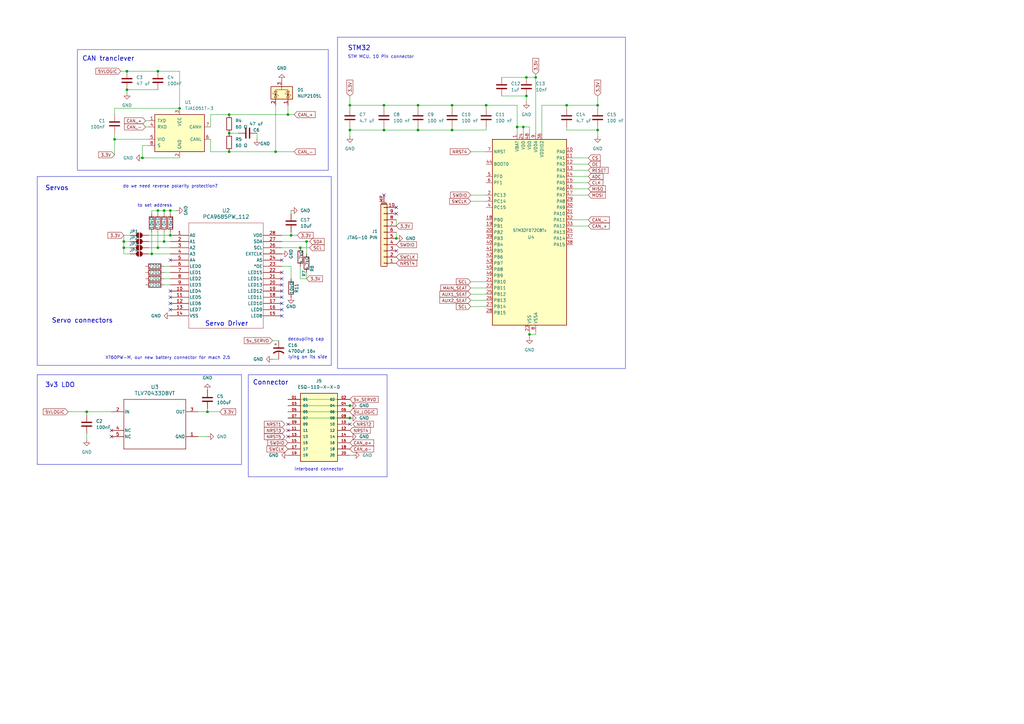
<source format=kicad_sch>
(kicad_sch (version 20250114) (generator "eeschema") (generator_version "9.0")
  (paper "A3")
  (lib_symbols
    (symbol "2026-01-15_17-55-23:PCA9685PW_112" (pin_names (offset 0.254))
      (property "Reference" "U" (at 22.86 10.16 0))
      (property "Value" "PCA9685PW_112" (at 22.86 7.62 0))
      (symbol "PCA9685PW_112_0_1"
        (polyline (pts (xy 7.62 5.08) (xy 7.62 -38.1)) (stroke (width 0.127)))
        (polyline (pts (xy 7.62 -38.1) (xy 38.1 -38.1)) (stroke (width 0.127)))
        (polyline (pts (xy 38.1 5.08) (xy 7.62 5.08)) (stroke (width 0.127)))
        (polyline (pts (xy 38.1 -38.1) (xy 38.1 5.08)) (stroke (width 0.127)))
        (pin input line (at 0 0 0) (length 7.62) (name "A0") (number "1"))
        (pin input line (at 0 -2.54 0) (length 7.62) (name "A1") (number "2"))
        (pin output line (at 0 -5.08 0) (length 7.62) (name "A2") (number "3"))
        (pin output line (at 0 -7.62 0) (length 7.62) (name "A3") (number "4"))
        (pin output line (at 0 -10.16 0) (length 7.62) (name "A4") (number "5"))
        (pin output line (at 0 -12.7 0) (length 7.62) (name "LED0") (number "6"))
        (pin output line (at 0 -15.24 0) (length 7.62) (name "LED1") (number "7"))
        (pin output line (at 0 -17.78 0) (length 7.62) (name "LED2") (number "8"))
        (pin output line (at 0 -20.32 0) (length 7.62) (name "LED3") (number "9"))
        (pin output line (at 0 -22.86 0) (length 7.62) (name "LED4") (number "10"))
        (pin power_out line (at 0 -25.4 0) (length 7.62) (name "LED5") (number "11"))
        (pin output line (at 0 -27.94 0) (length 7.62) (name "LED6") (number "12"))
        (pin output line (at 0 -30.48 0) (length 7.62) (name "LED7") (number "13"))
        (pin output line (at 0 -33.02 0) (length 7.62) (name "VSS") (number "14"))
        (pin input line (at 45.72 0 180) (length 7.62) (name "VDD") (number "28"))
        (pin input line (at 45.72 -2.54 180) (length 7.62) (name "SDA") (number "27"))
        (pin input line (at 45.72 -5.08 180) (length 7.62) (name "SCL") (number "26"))
        (pin power_in line (at 45.72 -7.62 180) (length 7.62) (name "EXTCLK") (number "25"))
        (pin bidirectional line (at 45.72 -10.16 180) (length 7.62) (name "A5") (number "24"))
        (pin input line (at 45.72 -12.7 180) (length 7.62) (name "*OE") (number "23"))
        (pin input line (at 45.72 -15.24 180) (length 7.62) (name "LED15") (number "22"))
        (pin bidirectional line (at 45.72 -17.78 180) (length 7.62) (name "LED14") (number "21"))
        (pin input line (at 45.72 -20.32 180) (length 7.62) (name "LED13") (number "20"))
        (pin output line (at 45.72 -22.86 180) (length 7.62) (name "LED12") (number "19"))
        (pin output line (at 45.72 -25.4 180) (length 7.62) (name "LED11") (number "18"))
        (pin output line (at 45.72 -27.94 180) (length 7.62) (name "LED10") (number "17"))
        (pin output line (at 45.72 -30.48 180) (length 7.62) (name "LED9") (number "16"))
        (pin output line (at 45.72 -33.02 180) (length 7.62) (name "LED8") (number "15"))
      )
    )
    (symbol "Connector_Generic_MountingPin:Conn_01x10_MountingPin" (pin_names (offset 1.016) (hide yes))
      (property "Reference" "J" (at 0 12.7 0))
      (property "Value" "Conn_01x10_MountingPin" (at 1.27 -15.24 0))
      (symbol "Conn_01x10_MountingPin_1_1"
        (rectangle (start -1.27 11.43) (end 1.27 -13.97) (stroke (width 0.254)) (fill (type background)))
        (rectangle (start -1.27 10.287) (end 0 10.033) (stroke (width 0.1524)))
        (rectangle (start -1.27 7.747) (end 0 7.493) (stroke (width 0.1524)))
        (rectangle (start -1.27 5.207) (end 0 4.953) (stroke (width 0.1524)))
        (rectangle (start -1.27 2.667) (end 0 2.413) (stroke (width 0.1524)))
        (rectangle (start -1.27 0.127) (end 0 -0.127) (stroke (width 0.1524)))
        (rectangle (start -1.27 -2.413) (end 0 -2.667) (stroke (width 0.1524)))
        (rectangle (start -1.27 -4.953) (end 0 -5.207) (stroke (width 0.1524)))
        (rectangle (start -1.27 -7.493) (end 0 -7.747) (stroke (width 0.1524)))
        (rectangle (start -1.27 -10.033) (end 0 -10.287) (stroke (width 0.1524)))
        (rectangle (start -1.27 -12.573) (end 0 -12.827) (stroke (width 0.1524)))
        (polyline (pts (xy -1.016 -14.732) (xy 1.016 -14.732)) (stroke (width 0.1524)))
        (text "Mounting" (at 0 -14.351 0) (effects (font (size 0.381 0.381))))
        (pin passive line (at -5.08 10.16 0) (length 3.81) (name "Pin_1") (number "1"))
        (pin passive line (at -5.08 7.62 0) (length 3.81) (name "Pin_2") (number "2"))
        (pin passive line (at -5.08 5.08 0) (length 3.81) (name "Pin_3") (number "3"))
        (pin passive line (at -5.08 2.54 0) (length 3.81) (name "Pin_4") (number "4"))
        (pin passive line (at -5.08 0 0) (length 3.81) (name "Pin_5") (number "5"))
        (pin passive line (at -5.08 -2.54 0) (length 3.81) (name "Pin_6") (number "6"))
        (pin passive line (at -5.08 -5.08 0) (length 3.81) (name "Pin_7") (number "7"))
        (pin passive line (at -5.08 -7.62 0) (length 3.81) (name "Pin_8") (number "8"))
        (pin passive line (at -5.08 -10.16 0) (length 3.81) (name "Pin_9") (number "9"))
        (pin passive line (at -5.08 -12.7 0) (length 3.81) (name "Pin_10") (number "10"))
        (pin passive line (at 0 -17.78 90) (length 3.048) (name "MountPin") (number "MP"))
      )
    )
    (symbol "Device:C" (pin_numbers (hide yes)) (pin_names (offset 0.254))
      (property "Reference" "C" (at 0.635 2.54 0))
      (property "Value" "C" (at 0.635 -2.54 0))
      (symbol "C_0_1"
        (polyline (pts (xy -2.032 0.762) (xy 2.032 0.762)) (stroke (width 0.508)))
        (polyline (pts (xy -2.032 -0.762) (xy 2.032 -0.762)) (stroke (width 0.508)))
      )
      (symbol "C_1_1"
        (pin passive line (at 0 3.81 270) (length 2.794) (name "~") (number "1"))
        (pin passive line (at 0 -3.81 90) (length 2.794) (name "~") (number "2"))
      )
    )
    (symbol "Device:C_Polarized_US" (pin_numbers (hide yes)) (pin_names (offset 0.254) (hide yes))
      (property "Reference" "C" (at 0.635 2.54 0))
      (property "Value" "C_Polarized_US" (at 0.635 -2.54 0))
      (symbol "C_Polarized_US_0_1"
        (polyline (pts (xy -2.032 0.762) (xy 2.032 0.762)) (stroke (width 0.508)))
        (polyline (pts (xy -1.778 2.286) (xy -0.762 2.286)))
        (polyline (pts (xy -1.27 1.778) (xy -1.27 2.794)))
        (arc (start -2.032 -1.27) (mid 0 -0.5572) (end 2.032 -1.27) (stroke (width 0.508)))
      )
      (symbol "C_Polarized_US_1_1"
        (pin passive line (at 0 3.81 270) (length 2.794) (name "~") (number "1"))
        (pin passive line (at 0 -3.81 90) (length 3.302) (name "~") (number "2"))
      )
    )
    (symbol "Device:R" (pin_numbers (hide yes)) (pin_names (offset 0))
      (property "Reference" "R" (at 2.032 0 90))
      (property "Value" "R" (at 0 0 90))
      (symbol "R_0_1"
        (rectangle (start -1.016 -2.54) (end 1.016 2.54) (stroke (width 0.254)))
      )
      (symbol "R_1_1"
        (pin passive line (at 0 3.81 270) (length 1.27) (name "~") (number "1"))
        (pin passive line (at 0 -3.81 90) (length 1.27) (name "~") (number "2"))
      )
    )
    (symbol "ESQ-110-X-X-D_1" (pin_names (offset 1.016))
      (property "Reference" "J" (at -7.62 13.462 0))
      (property "Value" "ESQ-110-X-X-D" (at -7.62 -17.78 0))
      (symbol "ESQ-110-X-X-D_1_0_0"
        (rectangle (start -7.62 -15.24) (end 7.62 12.7) (stroke (width 0.254)) (fill (type background)))
        (pin passive line (at -12.7 10.16 0) (length 5.08) (name "01") (number "01"))
        (pin passive line (at -12.7 7.62 0) (length 5.08) (name "03") (number "03"))
        (pin passive line (at -12.7 5.08 0) (length 5.08) (name "05") (number "05"))
        (pin passive line (at -12.7 2.54 0) (length 5.08) (name "07") (number "07"))
        (pin passive line (at -12.7 0 0) (length 5.08) (name "09") (number "09"))
        (pin passive line (at -12.7 -2.54 0) (length 5.08) (name "11") (number "11"))
        (pin passive line (at -12.7 -5.08 0) (length 5.08) (name "13") (number "13"))
        (pin passive line (at -12.7 -7.62 0) (length 5.08) (name "15") (number "15"))
        (pin passive line (at -12.7 -10.16 0) (length 5.08) (name "17") (number "17"))
        (pin passive line (at -12.7 -12.7 0) (length 5.08) (name "19") (number "19"))
        (pin passive line (at 12.7 10.16 180) (length 5.08) (name "02") (number "02"))
        (pin passive line (at 12.7 7.62 180) (length 5.08) (name "04") (number "04"))
        (pin passive line (at 12.7 5.08 180) (length 5.08) (name "06") (number "06"))
        (pin passive line (at 12.7 2.54 180) (length 5.08) (name "08") (number "08"))
        (pin passive line (at 12.7 0 180) (length 5.08) (name "10") (number "10"))
        (pin passive line (at 12.7 -2.54 180) (length 5.08) (name "12") (number "12"))
        (pin passive line (at 12.7 -5.08 180) (length 5.08) (name "14") (number "14"))
        (pin passive line (at 12.7 -7.62 180) (length 5.08) (name "16") (number "16"))
        (pin passive line (at 12.7 -10.16 180) (length 5.08) (name "18") (number "18"))
        (pin passive line (at 12.7 -12.7 180) (length 5.08) (name "20") (number "20"))
      )
    )
    (symbol "Interface_CAN_LIN:TJA1051T-3" (pin_names (offset 1.016))
      (property "Reference" "U" (at -10.16 8.89 0))
      (property "Value" "TJA1051T-3" (at 1.27 8.89 0))
      (symbol "TJA1051T-3_0_1"
        (rectangle (start -10.16 7.62) (end 10.16 -7.62) (stroke (width 0.254)) (fill (type background)))
      )
      (symbol "TJA1051T-3_1_1"
        (pin input line (at -12.7 5.08 0) (length 2.54) (name "TXD") (number "1"))
        (pin output line (at -12.7 2.54 0) (length 2.54) (name "RXD") (number "4"))
        (pin power_in line (at -12.7 -2.54 0) (length 2.54) (name "VIO") (number "5"))
        (pin input line (at -12.7 -5.08 0) (length 2.54) (name "S") (number "8"))
        (pin power_in line (at 0 10.16 270) (length 2.54) (name "VCC") (number "3"))
        (pin power_in line (at 0 -10.16 90) (length 2.54) (name "GND") (number "2"))
        (pin bidirectional line (at 12.7 2.54 180) (length 2.54) (name "CANH") (number "7"))
        (pin bidirectional line (at 12.7 -2.54 180) (length 2.54) (name "CANL") (number "6"))
      )
    )
    (symbol "Jumper:SolderJumper_2_Open" (pin_numbers (hide yes)) (pin_names (offset 0) (hide yes)) (in_bom no)
      (property "Reference" "JP" (at 0 2.032 0))
      (property "Value" "SolderJumper_2_Open" (at 0 -2.54 0))
      (symbol "SolderJumper_2_Open_0_1"
        (polyline (pts (xy -0.254 1.016) (xy -0.254 -1.016)))
        (arc (start -0.254 -1.016) (mid -1.2656 0) (end -0.254 1.016))
        (arc (start -0.254 -1.016) (mid -1.2656 0) (end -0.254 1.016) (fill (type outline)))
        (arc (start 0.254 1.016) (mid 1.2656 0) (end 0.254 -1.016))
        (arc (start 0.254 1.016) (mid 1.2656 0) (end 0.254 -1.016) (fill (type outline)))
        (polyline (pts (xy 0.254 1.016) (xy 0.254 -1.016)))
      )
      (symbol "SolderJumper_2_Open_1_1"
        (pin passive line (at -3.81 0 0) (length 2.54) (name "A") (number "1"))
        (pin passive line (at 3.81 0 180) (length 2.54) (name "B") (number "2"))
      )
    )
    (symbol "MCU_ST_STM32F0:STM32F072C8Tx"
      (property "Reference" "U" (at -15.24 39.37 0))
      (property "Value" "STM32F072C8Tx" (at 7.62 39.37 0))
      (symbol "STM32F072C8Tx_0_1"
        (rectangle (start -15.24 -38.1) (end 15.24 38.1) (stroke (width 0.254)) (fill (type background)))
      )
      (symbol "STM32F072C8Tx_1_1"
        (pin input line (at -17.78 33.02 0) (length 2.54) (name "NRST") (number "7"))
        (pin input line (at -17.78 27.94 0) (length 2.54) (name "BOOT0") (number "44"))
        (pin bidirectional line (at -17.78 22.86 0) (length 2.54) (name "PF0") (number "5"))
        (pin bidirectional line (at -17.78 20.32 0) (length 2.54) (name "PF1") (number "6"))
        (pin bidirectional line (at -17.78 15.24 0) (length 2.54) (name "PC13") (number "2"))
        (pin bidirectional line (at -17.78 12.7 0) (length 2.54) (name "PC14") (number "3"))
        (pin bidirectional line (at -17.78 10.16 0) (length 2.54) (name "PC15") (number "4"))
        (pin bidirectional line (at -17.78 5.08 0) (length 2.54) (name "PB0") (number "18"))
        (pin bidirectional line (at -17.78 2.54 0) (length 2.54) (name "PB1") (number "19"))
        (pin bidirectional line (at -17.78 0 0) (length 2.54) (name "PB2") (number "20"))
        (pin bidirectional line (at -17.78 -2.54 0) (length 2.54) (name "PB3") (number "39"))
        (pin bidirectional line (at -17.78 -5.08 0) (length 2.54) (name "PB4") (number "40"))
        (pin bidirectional line (at -17.78 -7.62 0) (length 2.54) (name "PB5") (number "41"))
        (pin bidirectional line (at -17.78 -10.16 0) (length 2.54) (name "PB6") (number "42"))
        (pin bidirectional line (at -17.78 -12.7 0) (length 2.54) (name "PB7") (number "43"))
        (pin bidirectional line (at -17.78 -15.24 0) (length 2.54) (name "PB8") (number "45"))
        (pin bidirectional line (at -17.78 -17.78 0) (length 2.54) (name "PB9") (number "46"))
        (pin bidirectional line (at -17.78 -20.32 0) (length 2.54) (name "PB10") (number "21"))
        (pin bidirectional line (at -17.78 -22.86 0) (length 2.54) (name "PB11") (number "22"))
        (pin bidirectional line (at -17.78 -25.4 0) (length 2.54) (name "PB12") (number "25"))
        (pin bidirectional line (at -17.78 -27.94 0) (length 2.54) (name "PB13") (number "26"))
        (pin bidirectional line (at -17.78 -30.48 0) (length 2.54) (name "PB14") (number "27"))
        (pin bidirectional line (at -17.78 -33.02 0) (length 2.54) (name "PB15") (number "28"))
        (pin power_in line (at -5.08 40.64 270) (length 2.54) (name "VBAT") (number "1"))
        (pin power_in line (at -2.54 40.64 270) (length 2.54) (name "VDD") (number "24"))
        (pin power_in line (at 0 40.64 270) (length 2.54) (name "VDD") (number "48"))
        (pin power_in line (at 0 -40.64 90) (length 2.54) (name "VSS") (number "23"))
        (pin passive line (at 0 -40.64 90) (length 2.54) (hide yes) (name "VSS") (number "35"))
        (pin passive line (at 0 -40.64 90) (length 2.54) (hide yes) (name "VSS") (number "47"))
        (pin power_in line (at 2.54 40.64 270) (length 2.54) (name "VDDA") (number "9"))
        (pin power_in line (at 2.54 -40.64 90) (length 2.54) (name "VSSA") (number "8"))
        (pin power_in line (at 5.08 40.64 270) (length 2.54) (name "VDDIO2") (number "36"))
        (pin bidirectional line (at 17.78 33.02 180) (length 2.54) (name "PA0") (number "10"))
        (pin bidirectional line (at 17.78 30.48 180) (length 2.54) (name "PA1") (number "11"))
        (pin bidirectional line (at 17.78 27.94 180) (length 2.54) (name "PA2") (number "12"))
        (pin bidirectional line (at 17.78 25.4 180) (length 2.54) (name "PA3") (number "13"))
        (pin bidirectional line (at 17.78 22.86 180) (length 2.54) (name "PA4") (number "14"))
        (pin bidirectional line (at 17.78 20.32 180) (length 2.54) (name "PA5") (number "15"))
        (pin bidirectional line (at 17.78 17.78 180) (length 2.54) (name "PA6") (number "16"))
        (pin bidirectional line (at 17.78 15.24 180) (length 2.54) (name "PA7") (number "17"))
        (pin bidirectional line (at 17.78 12.7 180) (length 2.54) (name "PA8") (number "29"))
        (pin bidirectional line (at 17.78 10.16 180) (length 2.54) (name "PA9") (number "30"))
        (pin bidirectional line (at 17.78 7.62 180) (length 2.54) (name "PA10") (number "31"))
        (pin bidirectional line (at 17.78 5.08 180) (length 2.54) (name "PA11") (number "32"))
        (pin bidirectional line (at 17.78 2.54 180) (length 2.54) (name "PA12") (number "33"))
        (pin bidirectional line (at 17.78 0 180) (length 2.54) (name "PA13") (number "34"))
        (pin bidirectional line (at 17.78 -2.54 180) (length 2.54) (name "PA14") (number "37"))
        (pin bidirectional line (at 17.78 -5.08 180) (length 2.54) (name "PA15") (number "38"))
      )
    )
    (symbol "Power_Protection:NUP2105L" (pin_names (hide yes))
      (property "Reference" "D" (at 5.715 2.54 0))
      (property "Value" "NUP2105L" (at 5.715 0.635 0))
      (symbol "NUP2105L_0_0"
        (pin passive line (at 0 -5.08 90) (length 2.54) (name "A") (number "3"))
      )
      (symbol "NUP2105L_0_1"
        (rectangle (start -4.445 2.54) (end 4.445 -2.54) (stroke (width 0.254)) (fill (type background)))
        (polyline (pts (xy -3.81 1.27) (xy -3.175 0.635) (xy -1.905 0.635) (xy -1.27 0)))
        (polyline (pts (xy -2.54 2.54) (xy -2.54 0.635)))
        (polyline (pts (xy -2.54 0.635) (xy -2.54 -1.27) (xy 2.54 -1.27) (xy 2.54 0.635)))
        (polyline (pts (xy -2.54 0.635) (xy -1.905 -0.635) (xy -3.175 -0.635) (xy -2.54 0.635)))
        (polyline (pts (xy -2.54 0.635) (xy -3.175 1.905) (xy -1.905 1.905) (xy -2.54 0.635) (xy -2.54 1.27)))
        (polyline (pts (xy 0 -1.27) (xy 0 -2.54)))
        (polyline (pts (xy 1.27 1.27) (xy 1.905 0.635) (xy 2.54 0.635) (xy 3.175 0.635) (xy 3.81 0)))
        (polyline (pts (xy 2.54 2.54) (xy 2.54 0.635)))
        (polyline (pts (xy 2.54 0.635) (xy 1.905 -0.635) (xy 3.175 -0.635) (xy 2.54 0.635)))
        (polyline (pts (xy 2.54 0.635) (xy 3.175 1.905) (xy 1.905 1.905) (xy 2.54 0.635)))
      )
      (symbol "NUP2105L_1_1"
        (pin passive line (at -2.54 5.08 270) (length 2.54) (name "K") (number "1"))
        (pin passive line (at 2.54 5.08 270) (length 2.54) (name "K") (number "2"))
      )
    )
    (symbol "TLV70433DBVT:TLV70433DBVT" (pin_names (offset 0.254))
      (property "Reference" "U" (at 0 2.54 0))
      (property "Value" "TLV70433DBVT" (at 0 0 0))
      (symbol "TLV70433DBVT_0_1"
        (polyline (pts (xy -12.7 10.16) (xy -12.7 -10.16)) (stroke (width 0.2032)))
        (polyline (pts (xy -12.7 -10.16) (xy 12.7 -10.16)) (stroke (width 0.2032)))
        (polyline (pts (xy 12.7 10.16) (xy -12.7 10.16)) (stroke (width 0.2032)))
        (polyline (pts (xy 12.7 -10.16) (xy 12.7 10.16)) (stroke (width 0.2032)))
        (pin power_in line (at -17.78 5.08 0) (length 5.08) (name "IN") (number "2"))
        (pin unspecified line (at -17.78 -2.54 0) (length 5.08) (name "NC") (number "4"))
        (pin unspecified line (at -17.78 -5.08 0) (length 5.08) (name "NC") (number "5"))
        (pin power_in line (at 17.78 5.08 180) (length 5.08) (name "OUT") (number "3"))
        (pin power_in line (at 17.78 -5.08 180) (length 5.08) (name "GND") (number "1"))
      )
    )
    (symbol "power:GND" (power) (pin_numbers (hide yes)) (pin_names (offset 0) (hide yes))
      (property "Value" "GND" (at 0 -3.81 0))
      (symbol "GND_0_1"
        (polyline (pts (xy 0 0) (xy 0 -1.27) (xy 1.27 -1.27) (xy 0 -2.54) (xy -1.27 -1.27) (xy 0 -1.27)))
      )
      (symbol "GND_1_1"
        (pin power_in line (at 0 0 270) (length 0) (name "~") (number "1"))
      )
    )
  )
  (rectangle (start 15.24 72.39) (end 135.89 149.86))
  (rectangle (start 31.75 20.32) (end 134.62 69.85))
  (rectangle (start 101.854 153.67) (end 158.75 195.58))
  (rectangle (start 138.43 15.24) (end 256.54 151.13))
  (text "Servo Driver\n" (at 92.964 132.842 0) (effects (font (size 1.905 1.905) (thickness 0.254) (bold yes))))
  (text "Servos" (at 23.368 77.216 0) (effects (font (size 1.905 1.905) (thickness 0.254) (bold yes))))
  (text "interboard connector" (at 130.81 192.532 0) (effects (font (size 1.27 1.27))))
  (text "3v3 LDO" (at 24.638 157.988 0) (effects (font (size 1.905 1.905) (thickness 0.254) (bold yes))))
  (text "CAN tranciever\n" (at 44.45 24.13 0) (effects (font (size 1.905 1.905) (thickness 0.254) (bold yes))))
  (text "STM32" (at 147.32 19.812 0) (effects (font (size 1.905 1.905) (thickness 0.254) (bold yes))))
  (text "decoupling cap" (at 125.476 139.192 0) (effects (font (size 1.27 1.27))))
  (text "XT60PW-M, our new battery connector for mach 2.5" (at 68.834 146.812 0) (effects (font (size 1.27 1.27))))
  (text "Servo connectors" (at 33.782 131.572 0) (effects (font (size 1.905 1.905) (thickness 0.254) (bold yes))))
  (text "Connector" (at 110.998 156.972 0) (effects (font (size 1.905 1.905) (thickness 0.254) (bold yes))))
  (text "lying on its side" (at 126.238 146.558 0) (effects (font (size 1.27 1.27))))
  (text "to set address" (at 63.5 84.328 0) (effects (font (size 1.27 1.27))))
  (text "do we need reverse polarity protection?" (at 69.85 76.454 0) (effects (font (size 1.27 1.27))))
  (text "STM MCU, 10 Pin connector" (at 156.21 23.368 0) (effects (font (size 1.27 1.27))))
  (text_box "" (at 15.24 153.67 0) (size 83.82 36.83) (margins 0.9525 0.9525 0.9525 0.9525) (effects (font (size 1.27 1.27)) (justify left top)))
  (junction (at 35.56 168.91))
  (junction (at 232.41 43.18))
  (junction (at 93.98 62.23))
  (junction (at 67.31 99.06))
  (junction (at 212.09 52.07))
  (junction (at 93.98 54.61))
  (junction (at 171.45 53.34))
  (junction (at 67.31 86.36))
  (junction (at 46.99 57.15))
  (junction (at 93.98 46.99))
  (junction (at 64.77 101.6))
  (junction (at 123.19 101.6))
  (junction (at 143.51 166.37))
  (junction (at 52.07 36.83))
  (junction (at 245.11 53.34))
  (junction (at 143.51 43.18))
  (junction (at 185.42 43.18))
  (junction (at 217.17 137.16))
  (junction (at 119.38 96.52))
  (junction (at 50.8 99.06))
  (junction (at 62.23 104.14))
  (junction (at 157.48 43.18))
  (junction (at 113.03 62.23))
  (junction (at 185.42 53.34))
  (junction (at 199.39 43.18))
  (junction (at 215.9 31.75))
  (junction (at 215.9 39.37))
  (junction (at 125.73 99.06))
  (junction (at 143.51 171.45))
  (junction (at 69.85 86.36))
  (junction (at 52.07 29.21))
  (junction (at 64.77 86.36))
  (junction (at 214.63 52.07))
  (junction (at 73.66 44.45))
  (junction (at 143.51 53.34))
  (junction (at 64.77 29.21))
  (junction (at 118.11 46.99))
  (junction (at 171.45 43.18))
  (junction (at 69.85 96.52))
  (junction (at 85.09 168.91))
  (junction (at 58.42 64.77))
  (junction (at 50.8 101.6))
  (junction (at 157.48 53.34))
  (junction (at 245.11 43.18))
  (junction (at 162.56 97.79))
  (junction (at 219.71 31.75))
  (no_connect (at 115.57 127))
  (no_connect (at 115.57 119.38))
  (no_connect (at 115.57 124.46))
  (no_connect (at 118.11 176.53))
  (no_connect (at 45.72 179.07))
  (no_connect (at 69.85 124.46))
  (no_connect (at 162.56 87.63))
  (no_connect (at 69.85 121.92))
  (no_connect (at 115.57 121.92))
  (no_connect (at 45.72 176.53))
  (no_connect (at 162.56 85.09))
  (no_connect (at 115.57 114.3))
  (no_connect (at 115.57 106.68))
  (no_connect (at 118.11 179.07))
  (no_connect (at 143.51 173.99))
  (no_connect (at 157.48 80.01))
  (no_connect (at 115.57 116.84))
  (no_connect (at 162.56 102.87))
  (no_connect (at 115.57 129.54))
  (no_connect (at 69.85 127))
  (no_connect (at 69.85 119.38))
  (no_connect (at 69.85 106.68))
  (no_connect (at 118.11 173.99))
  (no_connect (at 115.57 111.76))
  (wire (pts (xy 217.17 135.89) (xy 217.17 137.16)))
  (wire (pts (xy 219.71 137.16) (xy 219.71 135.89)))
  (wire (pts (xy 52.07 36.83) (xy 64.77 36.83)))
  (wire (pts (xy 62.23 104.14) (xy 69.85 104.14)))
  (wire (pts (xy 119.38 86.36) (xy 119.38 87.63)))
  (wire (pts (xy 46.99 44.45) (xy 73.66 44.45)))
  (wire (pts (xy 73.66 29.21) (xy 73.66 44.45)))
  (wire (pts (xy 86.36 46.99) (xy 86.36 52.07)))
  (wire (pts (xy 119.38 96.52) (xy 121.92 96.52)))
  (wire (pts (xy 143.51 53.34) (xy 143.51 52.07)))
  (wire (pts (xy 185.42 53.34) (xy 185.42 52.07)))
  (wire (pts (xy 115.57 99.06) (xy 125.73 99.06)))
  (wire (pts (xy 193.04 62.23) (xy 199.39 62.23)))
  (wire (pts (xy 62.23 95.25) (xy 62.23 104.14)))
  (wire (pts (xy 171.45 53.34) (xy 185.42 53.34)))
  (wire (pts (xy 59.69 49.53) (xy 60.96 49.53)))
  (wire (pts (xy 171.45 43.18) (xy 185.42 43.18)))
  (wire (pts (xy 245.11 43.18) (xy 232.41 43.18)))
  (wire (pts (xy 64.77 29.21) (xy 73.66 29.21)))
  (wire (pts (xy 215.9 31.75) (xy 205.74 31.75)))
  (wire (pts (xy 60.96 104.14) (xy 62.23 104.14)))
  (wire (pts (xy 60.96 99.06) (xy 67.31 99.06)))
  (wire (pts (xy 50.8 99.06) (xy 53.34 99.06)))
  (wire (pts (xy 214.63 52.07) (xy 217.17 52.07)))
  (wire (pts (xy 245.11 43.18) (xy 245.11 44.45)))
  (wire (pts (xy 118.11 168.91) (xy 143.51 168.91)))
  (wire (pts (xy 143.51 53.34) (xy 157.48 53.34)))
  (wire (pts (xy 193.04 82.55) (xy 199.39 82.55)))
  (wire (pts (xy 69.85 86.36) (xy 69.85 87.63)))
  (wire (pts (xy 67.31 95.25) (xy 67.31 99.06)))
  (wire (pts (xy 86.36 46.99) (xy 93.98 46.99)))
  (wire (pts (xy 60.96 96.52) (xy 69.85 96.52)))
  (wire (pts (xy 199.39 43.18) (xy 212.09 43.18)))
  (wire (pts (xy 232.41 43.18) (xy 222.25 43.18)))
  (wire (pts (xy 234.95 77.47) (xy 241.3 77.47)))
  (wire (pts (xy 144.78 186.69) (xy 143.51 186.69)))
  (wire (pts (xy 215.9 39.37) (xy 215.9 41.91)))
  (wire (pts (xy 217.17 52.07) (xy 217.17 54.61)))
  (wire (pts (xy 67.31 116.84) (xy 69.85 116.84)))
  (wire (pts (xy 67.31 87.63) (xy 67.31 86.36)))
  (wire (pts (xy 60.96 59.69) (xy 58.42 59.69)))
  (wire (pts (xy 157.48 43.18) (xy 157.48 44.45)))
  (wire (pts (xy 35.56 168.91) (xy 45.72 168.91)))
  (wire (pts (xy 67.31 111.76) (xy 69.85 111.76)))
  (wire (pts (xy 50.8 101.6) (xy 50.8 99.06)))
  (wire (pts (xy 118.11 43.18) (xy 118.11 46.99)))
  (wire (pts (xy 93.98 46.99) (xy 118.11 46.99)))
  (wire (pts (xy 64.77 101.6) (xy 69.85 101.6)))
  (wire (pts (xy 245.11 53.34) (xy 245.11 55.88)))
  (wire (pts (xy 162.56 95.25) (xy 162.56 97.79)))
  (wire (pts (xy 234.95 67.31) (xy 241.3 67.31)))
  (wire (pts (xy 58.42 59.69) (xy 58.42 64.77)))
  (wire (pts (xy 46.99 57.15) (xy 60.96 57.15)))
  (wire (pts (xy 143.51 39.37) (xy 143.51 43.18)))
  (wire (pts (xy 118.11 171.45) (xy 143.51 171.45)))
  (wire (pts (xy 185.42 53.34) (xy 199.39 53.34)))
  (wire (pts (xy 193.04 115.57) (xy 199.39 115.57)))
  (wire (pts (xy 115.57 109.22) (xy 119.38 109.22)))
  (wire (pts (xy 234.95 90.17) (xy 241.3 90.17)))
  (wire (pts (xy 46.99 54.61) (xy 46.99 57.15)))
  (wire (pts (xy 52.07 36.83) (xy 52.07 38.1)))
  (wire (pts (xy 234.95 80.01) (xy 241.3 80.01)))
  (wire (pts (xy 50.8 96.52) (xy 53.34 96.52)))
  (wire (pts (xy 125.73 114.3) (xy 125.73 111.76)))
  (wire (pts (xy 123.19 114.3) (xy 125.73 114.3)))
  (wire (pts (xy 193.04 123.19) (xy 199.39 123.19)))
  (wire (pts (xy 115.57 101.6) (xy 123.19 101.6)))
  (wire (pts (xy 35.56 177.8) (xy 35.56 180.34)))
  (wire (pts (xy 118.11 163.83) (xy 143.51 163.83)))
  (wire (pts (xy 67.31 86.36) (xy 69.85 86.36)))
  (wire (pts (xy 234.95 64.77) (xy 241.3 64.77)))
  (wire (pts (xy 64.77 87.63) (xy 64.77 86.36)))
  (wire (pts (xy 60.96 101.6) (xy 64.77 101.6)))
  (wire (pts (xy 113.03 43.18) (xy 113.03 62.23)))
  (wire (pts (xy 62.23 87.63) (xy 62.23 86.36)))
  (wire (pts (xy 114.3 147.32) (xy 111.76 147.32)))
  (wire (pts (xy 157.48 43.18) (xy 171.45 43.18)))
  (wire (pts (xy 50.8 99.06) (xy 50.8 96.52)))
  (wire (pts (xy 46.99 57.15) (xy 46.99 63.5)))
  (wire (pts (xy 111.76 139.7) (xy 114.3 139.7)))
  (wire (pts (xy 171.45 53.34) (xy 171.45 52.07)))
  (wire (pts (xy 219.71 30.48) (xy 219.71 31.75)))
  (wire (pts (xy 85.09 167.64) (xy 85.09 168.91)))
  (wire (pts (xy 85.09 168.91) (xy 90.17 168.91)))
  (wire (pts (xy 81.28 179.07) (xy 85.09 179.07)))
  (wire (pts (xy 53.34 104.14) (xy 50.8 104.14)))
  (wire (pts (xy 113.03 62.23) (xy 93.98 62.23)))
  (wire (pts (xy 212.09 43.18) (xy 212.09 52.07)))
  (wire (pts (xy 125.73 99.06) (xy 127 99.06)))
  (wire (pts (xy 185.42 43.18) (xy 199.39 43.18)))
  (wire (pts (xy 59.69 52.07) (xy 60.96 52.07)))
  (wire (pts (xy 67.31 109.22) (xy 69.85 109.22)))
  (wire (pts (xy 234.95 92.71) (xy 241.3 92.71)))
  (wire (pts (xy 119.38 95.25) (xy 119.38 96.52)))
  (wire (pts (xy 93.98 62.23) (xy 86.36 62.23)))
  (wire (pts (xy 212.09 52.07) (xy 212.09 54.61)))
  (wire (pts (xy 199.39 53.34) (xy 199.39 52.07)))
  (wire (pts (xy 86.36 62.23) (xy 86.36 57.15)))
  (wire (pts (xy 245.11 53.34) (xy 245.11 52.07)))
  (wire (pts (xy 123.19 109.22) (xy 123.19 114.3)))
  (wire (pts (xy 162.56 90.17) (xy 162.56 92.71)))
  (wire (pts (xy 52.07 29.21) (xy 64.77 29.21)))
  (wire (pts (xy 119.38 109.22) (xy 119.38 114.3)))
  (wire (pts (xy 234.95 74.93) (xy 241.3 74.93)))
  (wire (pts (xy 143.51 43.18) (xy 157.48 43.18)))
  (wire (pts (xy 35.56 168.91) (xy 35.56 170.18)))
  (wire (pts (xy 234.95 69.85) (xy 241.3 69.85)))
  (wire (pts (xy 193.04 118.11) (xy 199.39 118.11)))
  (wire (pts (xy 64.77 95.25) (xy 64.77 101.6)))
  (wire (pts (xy 64.77 86.36) (xy 67.31 86.36)))
  (wire (pts (xy 245.11 53.34) (xy 232.41 53.34)))
  (wire (pts (xy 72.39 86.36) (xy 69.85 86.36)))
  (wire (pts (xy 93.98 54.61) (xy 97.79 54.61)))
  (wire (pts (xy 69.85 95.25) (xy 69.85 96.52)))
  (wire (pts (xy 49.53 29.21) (xy 52.07 29.21)))
  (wire (pts (xy 118.11 166.37) (xy 143.51 166.37)))
  (wire (pts (xy 143.51 43.18) (xy 143.51 44.45)))
  (wire (pts (xy 232.41 53.34) (xy 232.41 52.07)))
  (wire (pts (xy 217.17 137.16) (xy 219.71 137.16)))
  (wire (pts (xy 115.57 96.52) (xy 119.38 96.52)))
  (wire (pts (xy 219.71 31.75) (xy 219.71 54.61)))
  (wire (pts (xy 46.99 46.99) (xy 46.99 44.45)))
  (wire (pts (xy 50.8 104.14) (xy 50.8 101.6)))
  (wire (pts (xy 171.45 43.18) (xy 171.45 44.45)))
  (wire (pts (xy 143.51 53.34) (xy 143.51 55.88)))
  (wire (pts (xy 105.41 54.61) (xy 105.41 57.15)))
  (wire (pts (xy 27.94 168.91) (xy 35.56 168.91)))
  (wire (pts (xy 234.95 72.39) (xy 241.3 72.39)))
  (wire (pts (xy 157.48 53.34) (xy 157.48 52.07)))
  (wire (pts (xy 222.25 43.18) (xy 222.25 54.61)))
  (wire (pts (xy 118.11 46.99) (xy 120.65 46.99)))
  (wire (pts (xy 81.28 168.91) (xy 85.09 168.91)))
  (wire (pts (xy 212.09 52.07) (xy 214.63 52.07)))
  (wire (pts (xy 67.31 99.06) (xy 69.85 99.06)))
  (wire (pts (xy 199.39 43.18) (xy 199.39 44.45)))
  (wire (pts (xy 157.48 53.34) (xy 171.45 53.34)))
  (wire (pts (xy 215.9 39.37) (xy 205.74 39.37)))
  (wire (pts (xy 67.31 114.3) (xy 69.85 114.3)))
  (wire (pts (xy 193.04 120.65) (xy 199.39 120.65)))
  (wire (pts (xy 62.23 86.36) (xy 64.77 86.36)))
  (wire (pts (xy 217.17 137.16) (xy 217.17 138.43)))
  (wire (pts (xy 123.19 101.6) (xy 127 101.6)))
  (wire (pts (xy 219.71 31.75) (xy 215.9 31.75)))
  (wire (pts (xy 185.42 43.18) (xy 185.42 44.45)))
  (wire (pts (xy 50.8 101.6) (xy 53.34 101.6)))
  (wire (pts (xy 193.04 80.01) (xy 199.39 80.01)))
  (wire (pts (xy 232.41 43.18) (xy 232.41 44.45)))
  (wire (pts (xy 113.03 62.23) (xy 120.65 62.23)))
  (wire (pts (xy 214.63 54.61) (xy 214.63 52.07)))
  (wire (pts (xy 125.73 99.06) (xy 125.73 104.14)))
  (wire (pts (xy 193.04 125.73) (xy 199.39 125.73)))
  (wire (pts (xy 58.42 64.77) (xy 73.66 64.77)))
  (wire (pts (xy 245.11 39.37) (xy 245.11 43.18)))
  (global_label "3.3V" (shape input) (at 121.92 96.52 0) (property "Intersheetrefs" "${INTERSHEET_REFS}" (effects (hide yes))))
  (global_label "AUX2_SEAT" (shape input) (at 193.04 123.19 180) (property "Intersheetrefs" "${INTERSHEET_REFS}" (effects (hide yes))))
  (global_label "SCL" (shape input) (at 127 101.6 0) (property "Intersheetrefs" "${INTERSHEET_REFS}" (effects (hide yes))))
  (global_label "3.3V" (shape input) (at 245.11 39.37 90) (property "Intersheetrefs" "${INTERSHEET_REFS}" (effects (hide yes))))
  (global_label "NRST2" (shape input) (at 144.78 173.99 0) (property "Intersheetrefs" "${INTERSHEET_REFS}" (effects (hide yes))))
  (global_label "SDA" (shape input) (at 127 99.06 0) (property "Intersheetrefs" "${INTERSHEET_REFS}" (effects (hide yes))))
  (global_label "3.3V" (shape input) (at 143.51 39.37 90) (property "Intersheetrefs" "${INTERSHEET_REFS}" (effects (hide yes))))
  (global_label "CAN_o+" (shape input) (at 143.51 181.61 0) (property "Intersheetrefs" "${INTERSHEET_REFS}" (effects (hide yes))))
  (global_label "CAN_o-" (shape input) (at 143.51 184.15 0) (property "Intersheetrefs" "${INTERSHEET_REFS}" (effects (hide yes))))
  (global_label "CAN_-" (shape input) (at 241.3 90.17 0) (property "Intersheetrefs" "${INTERSHEET_REFS}" (effects (hide yes))))
  (global_label "SWCLK" (shape input) (at 162.56 105.41 0) (property "Intersheetrefs" "${INTERSHEET_REFS}" (effects (hide yes))))
  (global_label "SWDIO" (shape input) (at 193.04 80.01 180) (property "Intersheetrefs" "${INTERSHEET_REFS}" (effects (hide yes))))
  (global_label "AUX1_SEAT" (shape input) (at 193.04 120.65 180) (property "Intersheetrefs" "${INTERSHEET_REFS}" (effects (hide yes))))
  (global_label "CAN_+" (shape input) (at 59.69 49.53 180) (property "Intersheetrefs" "${INTERSHEET_REFS}" (effects (hide yes))))
  (global_label "5VLOGIC" (shape input) (at 27.94 168.91 180) (property "Intersheetrefs" "${INTERSHEET_REFS}" (effects (hide yes))))
  (global_label "NRST3" (shape input) (at 116.84 176.53 180) (property "Intersheetrefs" "${INTERSHEET_REFS}" (effects (hide yes))))
  (global_label "SCL" (shape input) (at 193.04 115.57 180) (property "Intersheetrefs" "${INTERSHEET_REFS}" (effects (hide yes))))
  (global_label "3.3V" (shape input) (at 50.8 96.52 180) (property "Intersheetrefs" "${INTERSHEET_REFS}" (effects (hide yes))))
  (global_label "NRST5" (shape input) (at 116.84 179.07 180) (property "Intersheetrefs" "${INTERSHEET_REFS}" (effects (hide yes))))
  (global_label "MOSI" (shape input) (at 241.3 80.01 0) (property "Intersheetrefs" "${INTERSHEET_REFS}" (effects (hide yes))))
  (global_label "SWDIO" (shape input) (at 118.11 181.61 180) (property "Intersheetrefs" "${INTERSHEET_REFS}" (effects (hide yes))))
  (global_label "3.3V" (shape input) (at 162.56 92.71 0) (property "Intersheetrefs" "${INTERSHEET_REFS}" (effects (hide yes))))
  (global_label "SWCLK" (shape input) (at 118.11 184.15 180) (property "Intersheetrefs" "${INTERSHEET_REFS}" (effects (hide yes))))
  (global_label "SWCLK" (shape input) (at 193.04 82.55 180) (property "Intersheetrefs" "${INTERSHEET_REFS}" (effects (hide yes))))
  (global_label "CAN_-" (shape input) (at 120.65 62.23 0) (property "Intersheetrefs" "${INTERSHEET_REFS}" (effects (hide yes))))
  (global_label "CAN_+" (shape input) (at 120.65 46.99 0) (property "Intersheetrefs" "${INTERSHEET_REFS}" (effects (hide yes))))
  (global_label "OE" (shape input) (at 241.3 67.31 0) (property "Intersheetrefs" "${INTERSHEET_REFS}" (effects (hide yes))))
  (global_label "CAN_+" (shape input) (at 241.3 92.71 0) (property "Intersheetrefs" "${INTERSHEET_REFS}" (effects (hide yes))))
  (global_label "5v_SERVO" (shape input) (at 111.76 139.7 180) (property "Intersheetrefs" "${INTERSHEET_REFS}" (effects (hide yes))))
  (global_label "MAIN_SEAT" (shape input) (at 193.04 118.11 180) (property "Intersheetrefs" "${INTERSHEET_REFS}" (effects (hide yes))))
  (global_label "5V_LOGIC" (shape input) (at 143.51 168.91 0) (property "Intersheetrefs" "${INTERSHEET_REFS}" (effects (hide yes))))
  (global_label "5v_SERVO" (shape input) (at 143.51 163.83 0) (property "Intersheetrefs" "${INTERSHEET_REFS}" (effects (hide yes))))
  (global_label "CLK" (shape input) (at 241.3 74.93 0) (property "Intersheetrefs" "${INTERSHEET_REFS}" (effects (hide yes))))
  (global_label "NRST4" (shape input) (at 162.56 107.95 0) (property "Intersheetrefs" "${INTERSHEET_REFS}" (effects (hide yes))))
  (global_label "CS" (shape input) (at 241.3 64.77 0) (property "Intersheetrefs" "${INTERSHEET_REFS}" (effects (hide yes))))
  (global_label "5VLOGIC" (shape input) (at 49.53 29.21 180) (property "Intersheetrefs" "${INTERSHEET_REFS}" (effects (hide yes))))
  (global_label "CAN_-" (shape input) (at 59.69 52.07 180) (property "Intersheetrefs" "${INTERSHEET_REFS}" (effects (hide yes))))
  (global_label "3.3V" (shape input) (at 125.73 114.3 0) (property "Intersheetrefs" "${INTERSHEET_REFS}" (effects (hide yes))))
  (global_label "3.3V" (shape input) (at 46.99 63.5 180) (property "Intersheetrefs" "${INTERSHEET_REFS}" (effects (hide yes))))
  (global_label "NRST1" (shape input) (at 116.84 173.99 180) (property "Intersheetrefs" "${INTERSHEET_REFS}" (effects (hide yes))))
  (global_label "3.3V" (shape input) (at 90.17 168.91 0) (property "Intersheetrefs" "${INTERSHEET_REFS}" (effects (hide yes))))
  (global_label "RESET" (shape input) (at 241.3 69.85 0) (property "Intersheetrefs" "${INTERSHEET_REFS}" (effects (hide yes))))
  (global_label "3.3V" (shape input) (at 219.71 30.48 90) (property "Intersheetrefs" "${INTERSHEET_REFS}" (effects (hide yes))))
  (global_label "NRST4" (shape input) (at 143.51 176.53 0) (property "Intersheetrefs" "${INTERSHEET_REFS}" (effects (hide yes))))
  (global_label "ADC" (shape input) (at 241.3 72.39 0) (property "Intersheetrefs" "${INTERSHEET_REFS}" (effects (hide yes))))
  (global_label "SWDIO" (shape input) (at 162.56 100.33 0) (property "Intersheetrefs" "${INTERSHEET_REFS}" (effects (hide yes))))
  (global_label "MISO" (shape input) (at 241.3 77.47 0) (property "Intersheetrefs" "${INTERSHEET_REFS}" (effects (hide yes))))
  (global_label "NRST4" (shape input) (at 193.04 62.23 180) (property "Intersheetrefs" "${INTERSHEET_REFS}" (effects (hide yes))))
  (global_label "SCL" (shape input) (at 193.04 125.73 180) (property "Intersheetrefs" "${INTERSHEET_REFS}" (effects (hide yes))))
  (symbol (lib_id "power:GND") (at 217.17 138.43 0) (unit 1)
    (property "Reference" "#PWR019" (effects (hide yes)))
    (property "Value" "GND" (at 217.17 143.51 0))
    (property "Description" "Power symbol creates a global label with name \"GND\" , ground" (effects (hide yes)))
  )
  (symbol (lib_id "power:GND") (at 111.76 147.32 270) (unit 1)
    (property "Reference" "#PWR05" (effects (hide yes)))
    (property "Value" "GND" (at 107.95 147.3199 90) (effects (justify right)))
    (property "Description" "Power symbol creates a global label with name \"GND\" , ground" (effects (hide yes)))
  )
  (symbol (lib_id "power:GND") (at 143.51 171.45 90) (unit 1)
    (property "Reference" "#PWR03" (effects (hide yes)))
    (property "Value" "GND" (at 147.32 171.4499 90) (effects (justify right)))
    (property "Description" "Power symbol creates a global label with name \"GND\" , ground" (effects (hide yes)))
  )
  (symbol (lib_id "power:GND") (at 119.38 121.92 0) (unit 1)
    (property "Reference" "#PWR014" (effects (hide yes)))
    (property "Value" "GND" (at 121.412 125.73 0) (effects (justify right)))
    (property "Description" "Power symbol creates a global label with name \"GND\" , ground" (effects (hide yes)))
  )
  (symbol (lib_id "Device:R") (at 63.5 114.3 90) (unit 1)
    (property "Reference" "R3" (effects (hide yes)))
    (property "Value" "220Ω" (at 63.5 114.3 90))
    (property "Footprint" "Resistor_SMD:R_0402_1005Metric" (effects (hide yes)))
    (property "Description" "Resistor" (effects (hide yes)))
  )
  (symbol (lib_id "Jumper:SolderJumper_2_Open") (at 57.15 99.06 0) (unit 1) (in_bom no)
    (property "Reference" "JP2" (at 54.864 97.536 0))
    (property "Value" "SolderJumper_2_Open" (effects (hide yes)))
    (property "Description" "Solder Jumper, 2-pole, open" (effects (hide yes)))
  )
  (symbol (lib_id "power:GND") (at 72.39 86.36 90) (unit 1)
    (property "Reference" "#PWR015" (effects (hide yes)))
    (property "Value" "GND" (at 76.2 84.328 0) (effects (justify right)))
    (property "Description" "Power symbol creates a global label with name \"GND\" , ground" (effects (hide yes)))
  )
  (symbol (lib_id "Device:C") (at 199.39 48.26 0) (unit 1)
    (property "Reference" "C11" (at 203.2 46.9899 0) (effects (justify left)))
    (property "Value" "100 nF" (at 203.2 49.5299 0) (effects (justify left)))
    (property "Footprint" "Capacitor_SMD:C_0402_1005Metric" (effects (hide yes)))
    (property "Description" "Unpolarized capacitor" (effects (hide yes)))
  )
  (symbol (lib_id "Device:C") (at 245.11 48.26 0) (unit 1)
    (property "Reference" "C15" (at 248.92 46.9899 0) (effects (justify left)))
    (property "Value" "100 nF" (at 248.92 49.5299 0) (effects (justify left)))
    (property "Footprint" "Capacitor_SMD:C_0402_1005Metric" (effects (hide yes)))
    (property "Description" "Unpolarized capacitor" (effects (hide yes)))
  )
  (symbol (lib_id "TLV70433DBVT:TLV70433DBVT") (at 63.5 173.99 0) (unit 1)
    (property "Reference" "U3" (at 63.5 158.75 0) (effects (font (size 1.524 1.524))))
    (property "Value" "TLV70433DBVT" (at 63.5 161.29 0) (effects (font (size 1.524 1.524))))
    (property "Footprint" "DBV0005A_N" (effects (hide yes)))
    (property "Datasheet" "https://www.ti.com/lit/gpn/tlv704" (effects (hide yes)))
  )
  (symbol (lib_id "power:GND") (at 85.09 160.02 180) (unit 1)
    (property "Reference" "#PWR07" (effects (hide yes)))
    (property "Value" "GND" (at 85.09 154.94 0))
    (property "Description" "Power symbol creates a global label with name \"GND\" , ground" (effects (hide yes)))
  )
  (symbol (lib_id "MCU_ST_STM32F0:STM32F072C8Tx") (at 217.17 95.25 0) (unit 1)
    (property "Reference" "U4" (at 216.408 97.282 0) (effects (justify left)))
    (property "Value" "STM32F072C8Tx" (at 210.312 94.488 0) (effects (font (size 1.143 1.143)) (justify left)))
    (property "Footprint" "Package_QFP:LQFP-48_7x7mm_P0.5mm" (effects (hide yes)))
    (property "Datasheet" "https://www.st.com/resource/en/datasheet/stm32f072c8.pdf" (effects (hide yes)))
    (property "Description" "STMicroelectronics Arm Cortex-M0 MCU, 64KB flash, 16KB RAM, 48 MHz, 2.0-3.6V, 37 GPIO, LQFP48" (effects (hide yes)))
  )
  (symbol (lib_id "Connector_Generic_MountingPin:Conn_01x10_MountingPin") (at 157.48 97.79 180) (unit 1)
    (property "Reference" "J1" (at 154.94 94.8943 0) (effects (justify left)))
    (property "Value" "JTAG-10 PIN" (at 154.94 97.4343 0) (effects (justify left)))
    (property "Footprint" "Connector_IDC:IDC-Header_2x05_P2.54mm_Vertical" (effects (hide yes)))
    (property "Description" "Generic connectable mounting pin connector, single row, 01x10, script generated (kicad-library-utils/schlib/autogen/connector/)" (effects (hide yes)))
  )
  (symbol (lib_id "power:GND") (at 162.56 97.79 90) (unit 1)
    (property "Reference" "#PWR041" (effects (hide yes)))
    (property "Value" "GND" (at 166.37 97.7899 90) (effects (justify right)))
    (property "Description" "Power symbol creates a global label with name \"GND\" , ground" (effects (hide yes)))
  )
  (symbol (lib_id "Device:R") (at 62.23 91.44 180) (unit 1)
    (property "Reference" "R13" (effects (hide yes)))
    (property "Value" "10kΩ" (at 62.23 93.98 90) (effects (justify right)))
    (property "Footprint" "Resistor_SMD:R_0402_1005Metric" (effects (hide yes)))
    (property "Description" "Resistor" (effects (hide yes)))
  )
  (symbol (lib_id "2026-01-15_17-55-23:PCA9685PW_112") (at 69.85 96.52 0) (unit 1)
    (property "Reference" "U2" (at 92.71 86.36 0) (effects (font (size 1.524 1.524))))
    (property "Value" "PCA9685PW_112" (at 92.71 88.9 0) (effects (font (size 1.524 1.524))))
    (property "Footprint" "TSSOP28_SOT361-1_NXP" (effects (hide yes)))
    (property "Datasheet" "PCA9685PW_112" (effects (hide yes)))
  )
  (symbol (lib_id "power:GND") (at 105.41 57.15 0) (unit 1)
    (property "Reference" "#PWR09" (effects (hide yes)))
    (property "Value" "GND" (at 108.712 58.928 0))
    (property "Description" "Power symbol creates a global label with name \"GND\" , ground" (effects (hide yes)))
  )
  (symbol (lib_id "power:GND") (at 35.56 180.34 0) (unit 1)
    (property "Reference" "#PWR01" (effects (hide yes)))
    (property "Value" "GND" (at 35.56 185.42 0))
    (property "Description" "Power symbol creates a global label with name \"GND\" , ground" (effects (hide yes)))
  )
  (symbol (lib_id "power:GND") (at 115.57 104.14 90) (unit 1)
    (property "Reference" "#PWR013" (effects (hide yes)))
    (property "Value" "GND" (at 119.38 102.108 0) (effects (justify right)))
    (property "Description" "Power symbol creates a global label with name \"GND\" , ground" (effects (hide yes)))
  )
  (symbol (lib_id "Jumper:SolderJumper_2_Open") (at 57.15 101.6 0) (unit 1) (in_bom no)
    (property "Reference" "JP3" (at 54.864 100.076 0))
    (property "Value" "SolderJumper_2_Open" (effects (hide yes)))
    (property "Description" "Solder Jumper, 2-pole, open" (effects (hide yes)))
  )
  (symbol (lib_id "Interface_CAN_LIN:TJA1051T-3") (at 73.66 54.61 0) (unit 1)
    (property "Reference" "U1" (at 75.8033 41.91 0) (effects (justify left)))
    (property "Value" "TJA1051T-3" (at 75.8033 44.45 0) (effects (justify left)))
    (property "Footprint" "Package_SO:SOIC-8_3.9x4.9mm_P1.27mm" (effects (hide yes)))
    (property "Datasheet" "http://www.nxp.com/docs/en/data-sheet/TJA1051.pdf" (effects (hide yes)))
    (property "Description" "High-Speed CAN Transceiver, separate VIO, silent mode, SOIC-8" (effects (hide yes)))
  )
  (symbol (lib_id "power:GND") (at 143.51 166.37 90) (unit 1)
    (property "Reference" "#PWR042" (effects (hide yes)))
    (property "Value" "GND" (at 147.32 166.3699 90) (effects (justify right)))
    (property "Description" "Power symbol creates a global label with name \"GND\" , ground" (effects (hide yes)))
  )
  (symbol (lib_id "Device:R") (at 63.5 111.76 90) (unit 1)
    (property "Reference" "R2" (effects (hide yes)))
    (property "Value" "220Ω" (at 63.5 111.76 90))
    (property "Footprint" "Resistor_SMD:R_0402_1005Metric" (effects (hide yes)))
    (property "Description" "Resistor" (effects (hide yes)))
  )
  (symbol (lib_id "power:GND") (at 119.38 86.36 90) (unit 1)
    (property "Reference" "#PWR06" (effects (hide yes)))
    (property "Value" "GND" (at 123.19 86.3599 90) (effects (justify right)))
    (property "Description" "Power symbol creates a global label with name \"GND\" , ground" (effects (hide yes)))
  )
  (symbol (lib_id "Device:R") (at 123.19 105.41 180) (unit 1)
    (property "Reference" "R7" (at 124.714 113.538 90) (effects (justify right)))
    (property "Value" "4.7kΩ" (at 123.444 108.204 90) (effects (justify right)))
    (property "Footprint" "Resistor_SMD:R_0402_1005Metric" (effects (hide yes)))
    (property "Description" "Resistor" (effects (hide yes)))
  )
  (symbol (lib_id "Device:C") (at 46.99 50.8 0) (mirror x) (unit 1)
    (property "Reference" "C1" (at 43.18 49.5299 0) (effects (justify right)))
    (property "Value" "100nF" (at 43.18 52.0699 0) (effects (justify right)))
    (property "Footprint" "Capacitor_SMD:C_0402_1005Metric" (effects (hide yes)))
    (property "Description" "Unpolarized capacitor" (effects (hide yes)))
  )
  (symbol (lib_id "power:GND") (at 118.11 186.69 270) (unit 1)
    (property "Reference" "#PWR022" (effects (hide yes)))
    (property "Value" "GND" (at 114.3 186.6899 90) (effects (justify right)))
    (property "Description" "Power symbol creates a global label with name \"GND\" , ground" (effects (hide yes)))
  )
  (symbol (lib_id "Device:R") (at 119.38 118.11 180) (unit 1)
    (property "Reference" "R11" (at 121.666 120.142 90) (effects (justify right)))
    (property "Value" "10kΩ" (at 119.634 120.65 90) (effects (justify right)))
    (property "Footprint" "Resistor_SMD:R_0402_1005Metric" (effects (hide yes)))
    (property "Description" "Resistor" (effects (hide yes)))
  )
  (symbol (lib_id "Device:C") (at 205.74 35.56 0) (mirror y) (unit 1)
    (property "Reference" "C12" (at 209.55 34.2899 0) (effects (justify right)))
    (property "Value" "1uF" (at 209.55 36.8299 0) (effects (justify right)))
    (property "Footprint" "Capacitor_SMD:C_0402_1005Metric" (effects (hide yes)))
    (property "Description" "Unpolarized capacitor" (effects (hide yes)))
  )
  (symbol (lib_id "power:GND") (at 85.09 179.07 90) (unit 1)
    (property "Reference" "#PWR08" (effects (hide yes)))
    (property "Value" "GND" (at 88.9 179.0699 90) (effects (justify right)))
    (property "Description" "Power symbol creates a global label with name \"GND\" , ground" (effects (hide yes)))
  )
  (symbol (lib_id "Device:R") (at 67.31 91.44 180) (unit 1)
    (property "Reference" "R10" (effects (hide yes)))
    (property "Value" "10kΩ" (at 67.31 93.98 90) (effects (justify right)))
    (property "Footprint" "Resistor_SMD:R_0402_1005Metric" (effects (hide yes)))
    (property "Description" "Resistor" (effects (hide yes)))
  )
  (symbol (lib_id "Jumper:SolderJumper_2_Open") (at 57.15 96.52 0) (unit 1) (in_bom no)
    (property "Reference" "JP1" (at 54.864 94.996 0))
    (property "Value" "SolderJumper_2_Open" (effects (hide yes)))
    (property "Description" "Solder Jumper, 2-pole, open" (effects (hide yes)))
  )
  (symbol (lib_id "Device:R") (at 64.77 91.44 180) (unit 1)
    (property "Reference" "R12" (effects (hide yes)))
    (property "Value" "10kΩ" (at 64.77 93.98 90) (effects (justify right)))
    (property "Footprint" "Resistor_SMD:R_0402_1005Metric" (effects (hide yes)))
    (property "Description" "Resistor" (effects (hide yes)))
  )
  (symbol (lib_id "Device:C") (at 171.45 48.26 0) (unit 1)
    (property "Reference" "C9" (at 175.26 46.9899 0) (effects (justify left)))
    (property "Value" "100 nF" (at 175.26 49.5299 0) (effects (justify left)))
    (property "Footprint" "Capacitor_SMD:C_0402_1005Metric" (effects (hide yes)))
    (property "Description" "Unpolarized capacitor" (effects (hide yes)))
  )
  (symbol (lib_id "Device:C") (at 232.41 48.26 0) (unit 1)
    (property "Reference" "C14" (at 236.22 46.9899 0) (effects (justify left)))
    (property "Value" "4.7 uF" (at 236.22 49.5299 0) (effects (justify left)))
    (property "Footprint" "Capacitor_SMD:C_0402_1005Metric" (effects (hide yes)))
    (property "Description" "Unpolarized capacitor" (effects (hide yes)))
  )
  (symbol (lib_id "Device:C") (at 64.77 33.02 0) (unit 1)
    (property "Reference" "C4" (at 68.58 31.7499 0) (effects (justify left)))
    (property "Value" "100nF" (at 68.58 34.2899 0) (effects (justify left)))
    (property "Footprint" "Capacitor_SMD:C_0402_1005Metric" (effects (hide yes)))
    (property "Description" "Unpolarized capacitor" (effects (hide yes)))
  )
  (symbol (lib_name "ESQ-110-X-X-D_1") (lib_id "ESQ-110-X-X-D:ESQ-110-X-X-D") (at 130.81 173.99 0) (unit 1)
    (property "Reference" "J5" (at 130.81 156.21 0))
    (property "Value" "ESQ-110-X-X-D" (at 130.81 158.75 0))
    (property "Footprint" "SAMTEC_ESQ-110-14-G-D" (effects (hide yes)))
    (property "MF" "Samtec" (effects (hide yes)))
    (property "Description_1" "20 Position Elevated Socket Connector 0.100 (2.54mm) Through Hole Gold" (effects (hide yes)))
    (property "Package" "None" (effects (hide yes)))
    (property "Price" "None" (effects (hide yes)))
    (property "Check_prices" "https://www.snapeda.com/parts/ESQ-110-14-G-D-LL/Samtec/view-part/?ref=eda" (effects (hide yes)))
    (property "STANDARD" "Manufacturer Recommendations" (effects (hide yes)))
    (property "PARTREV" "NA" (effects (hide yes)))
    (property "SnapEDA_Link" "https://www.snapeda.com/parts/ESQ-110-14-G-D-LL/Samtec/view-part/?ref=snap" (effects (hide yes)))
    (property "MP" "ESQ-110-14-G-D-LL" (effects (hide yes)))
    (property "Purchase-URL" "https://www.snapeda.com/api/url_track_click_mouser/?unipart_id=3563488&manufacturer=Samtec&part_name=ESQ-110-14-G-D-LL&search_term=esq-110-14-g-d-ll" (effects (hide yes)))
    (property "Availability" "In Stock" (effects (hide yes)))
    (property "MANUFACTURER" "Samtec" (effects (hide yes)))
  )
  (symbol (lib_id "Device:C") (at 143.51 48.26 0) (unit 1)
    (property "Reference" "C7" (at 147.32 46.9899 0) (effects (justify left)))
    (property "Value" "4.7 uF" (at 147.32 49.5299 0) (effects (justify left)))
    (property "Footprint" "Capacitor_SMD:C_0402_1005Metric" (effects (hide yes)))
    (property "Description" "Unpolarized capacitor" (effects (hide yes)))
  )
  (symbol (lib_id "Device:R") (at 93.98 50.8 0) (unit 1)
    (property "Reference" "R4" (at 96.52 49.5299 0) (effects (justify left)))
    (property "Value" "60 Ω" (at 96.52 52.0699 0) (effects (justify left)))
    (property "Footprint" "Resistor_SMD:R_0402_1005Metric" (effects (hide yes)))
    (property "Description" "Resistor" (effects (hide yes)))
  )
  (symbol (lib_id "Device:C") (at 119.38 91.44 0) (unit 1)
    (property "Reference" "C17" (at 123.19 90.1699 0) (effects (justify left)))
    (property "Value" "10uF" (at 123.19 92.7099 0) (effects (justify left)))
    (property "Footprint" "Capacitor_SMD:C_0402_1005Metric" (effects (hide yes)))
    (property "Description" "Unpolarized capacitor" (effects (hide yes)))
  )
  (symbol (lib_id "power:GND") (at 215.9 41.91 0) (mirror y) (unit 1)
    (property "Reference" "#PWR018" (effects (hide yes)))
    (property "Value" "GND" (at 215.9 46.99 0))
    (property "Description" "Power symbol creates a global label with name \"GND\" , ground" (effects (hide yes)))
  )
  (symbol (lib_id "power:GND") (at 144.78 186.69 90) (unit 1)
    (property "Reference" "#PWR044" (effects (hide yes)))
    (property "Value" "GND" (at 148.59 186.6899 90) (effects (justify right)))
    (property "Description" "Power symbol creates a global label with name \"GND\" , ground" (effects (hide yes)))
  )
  (symbol (lib_id "power:GND") (at 58.42 64.77 270) (unit 1)
    (property "Reference" "#PWR04" (effects (hide yes)))
    (property "Value" "GND" (at 54.61 64.7699 90) (effects (justify right)))
    (property "Description" "Power symbol creates a global label with name \"GND\" , ground" (effects (hide yes)))
  )
  (symbol (lib_id "power:GND") (at 115.57 33.02 180) (unit 1)
    (property "Reference" "#PWR010" (effects (hide yes)))
    (property "Value" "GND" (at 115.57 27.94 0))
    (property "Description" "Power symbol creates a global label with name \"GND\" , ground" (effects (hide yes)))
  )
  (symbol (lib_id "Device:C_Polarized_US") (at 114.3 143.51 0) (unit 1)
    (property "Reference" "C16" (at 118.11 141.6049 0) (effects (justify left)))
    (property "Value" "4700uf 16v" (at 118.11 144.018 0) (effects (justify left)))
    (property "Description" "Polarized capacitor, US symbol" (effects (hide yes)))
  )
  (symbol (lib_id "power:GND") (at 52.07 38.1 0) (unit 1)
    (property "Reference" "#PWR02" (effects (hide yes)))
    (property "Value" "GND" (at 52.07 43.18 0))
    (property "Description" "Power symbol creates a global label with name \"GND\" , ground" (effects (hide yes)))
  )
  (symbol (lib_id "Device:R") (at 125.73 107.95 180) (unit 1)
    (property "Reference" "R8" (at 128.016 111.506 90) (effects (justify right)))
    (property "Value" "4.7kΩ" (at 125.984 110.744 90) (effects (justify right)))
    (property "Footprint" "Resistor_SMD:R_0402_1005Metric" (effects (hide yes)))
    (property "Description" "Resistor" (effects (hide yes)))
  )
  (symbol (lib_id "Device:C") (at 85.09 163.83 0) (unit 1)
    (property "Reference" "C5" (at 88.9 162.5599 0) (effects (justify left)))
    (property "Value" "100uF" (at 88.9 165.0999 0) (effects (justify left)))
    (property "Footprint" "Capacitor_SMD:C_0402_1005Metric" (effects (hide yes)))
    (property "Description" "Unpolarized capacitor" (effects (hide yes)))
  )
  (symbol (lib_id "Device:C") (at 101.6 54.61 90) (mirror x) (unit 1)
    (property "Reference" "C6" (at 105.156 53.34 90))
    (property "Value" "47 uF" (at 105.156 50.8 90))
    (property "Footprint" "Capacitor_SMD:C_0402_1005Metric" (effects (hide yes)))
    (property "Description" "Unpolarized capacitor" (effects (hide yes)))
  )
  (symbol (lib_id "power:GND") (at 143.51 55.88 0) (unit 1)
    (property "Reference" "#PWR011" (effects (hide yes)))
    (property "Value" "GND" (at 143.51 60.96 0))
    (property "Description" "Power symbol creates a global label with name \"GND\" , ground" (effects (hide yes)))
  )
  (symbol (lib_id "power:GND") (at 143.51 179.07 90) (unit 1)
    (property "Reference" "#PWR027" (effects (hide yes)))
    (property "Value" "GND" (at 147.32 179.0699 90) (effects (justify right)))
    (property "Description" "Power symbol creates a global label with name \"GND\" , ground" (effects (hide yes)))
  )
  (symbol (lib_id "power:GND") (at 69.85 129.54 270) (unit 1)
    (property "Reference" "#PWR012" (effects (hide yes)))
    (property "Value" "GND" (at 66.04 129.5399 90) (effects (justify right)))
    (property "Description" "Power symbol creates a global label with name \"GND\" , ground" (effects (hide yes)))
  )
  (symbol (lib_id "Device:R") (at 93.98 58.42 0) (unit 1)
    (property "Reference" "R5" (at 96.52 57.1499 0) (effects (justify left)))
    (property "Value" "60 Ω" (at 96.52 59.6899 0) (effects (justify left)))
    (property "Footprint" "Resistor_SMD:R_0402_1005Metric" (effects (hide yes)))
    (property "Description" "Resistor" (effects (hide yes)))
  )
  (symbol (lib_id "Device:C") (at 35.56 173.99 0) (unit 1)
    (property "Reference" "C2" (at 39.37 172.7199 0) (effects (justify left)))
    (property "Value" "100nF" (at 39.37 175.2599 0) (effects (justify left)))
    (property "Footprint" "Capacitor_SMD:C_0402_1005Metric" (effects (hide yes)))
    (property "Description" "Unpolarized capacitor" (effects (hide yes)))
  )
  (symbol (lib_id "Device:C") (at 215.9 35.56 0) (mirror y) (unit 1)
    (property "Reference" "C13" (at 219.71 34.2899 0) (effects (justify right)))
    (property "Value" "10nF" (at 219.71 36.8299 0) (effects (justify right)))
    (property "Footprint" "Capacitor_SMD:C_0402_1005Metric" (effects (hide yes)))
    (property "Description" "Unpolarized capacitor" (effects (hide yes)))
  )
  (symbol (lib_id "Device:C") (at 157.48 48.26 0) (unit 1)
    (property "Reference" "C8" (at 161.29 46.9899 0) (effects (justify left)))
    (property "Value" "100 nF" (at 161.29 49.5299 0) (effects (justify left)))
    (property "Footprint" "Capacitor_SMD:C_0402_1005Metric" (effects (hide yes)))
    (property "Description" "Unpolarized capacitor" (effects (hide yes)))
  )
  (symbol (lib_id "Jumper:SolderJumper_2_Open") (at 57.15 104.14 0) (unit 1) (in_bom no)
    (property "Reference" "JP4" (at 54.864 102.616 0))
    (property "Value" "SolderJumper_2_Open" (effects (hide yes)))
    (property "Description" "Solder Jumper, 2-pole, open" (effects (hide yes)))
  )
  (symbol (lib_id "Device:R") (at 63.5 109.22 90) (unit 1)
    (property "Reference" "R1" (effects (hide yes)))
    (property "Value" "220Ω" (at 63.5 109.22 90))
    (property "Footprint" "Resistor_SMD:R_0402_1005Metric" (effects (hide yes)))
    (property "Description" "Resistor" (effects (hide yes)))
  )
  (symbol (lib_id "Device:C") (at 52.07 33.02 0) (unit 1)
    (property "Reference" "C3" (at 55.88 31.7499 0) (effects (justify left)))
    (property "Value" "47 uF" (at 55.88 34.2899 0) (effects (justify left)))
    (property "Footprint" "Capacitor_SMD:C_0402_1005Metric" (effects (hide yes)))
    (property "Description" "Unpolarized capacitor" (effects (hide yes)))
  )
  (symbol (lib_id "Device:R") (at 63.5 116.84 90) (unit 1)
    (property "Reference" "R6" (effects (hide yes)))
    (property "Value" "220Ω" (at 63.5 116.84 90))
    (property "Footprint" "Resistor_SMD:R_0402_1005Metric" (effects (hide yes)))
    (property "Description" "Resistor" (effects (hide yes)))
  )
  (symbol (lib_id "power:GND") (at 245.11 55.88 0) (mirror y) (unit 1)
    (property "Reference" "#PWR020" (effects (hide yes)))
    (property "Value" "GND" (at 245.11 60.96 0))
    (property "Description" "Power symbol creates a global label with name \"GND\" , ground" (effects (hide yes)))
  )
  (symbol (lib_id "Device:R") (at 69.85 91.44 180) (unit 1)
    (property "Reference" "R9" (effects (hide yes)))
    (property "Value" "10kΩ" (at 70.104 93.98 90) (effects (justify right)))
    (property "Footprint" "Resistor_SMD:R_0402_1005Metric" (effects (hide yes)))
    (property "Description" "Resistor" (effects (hide yes)))
  )
  (symbol (lib_id "Device:C") (at 185.42 48.26 0) (unit 1)
    (property "Reference" "C10" (at 189.23 46.9899 0) (effects (justify left)))
    (property "Value" "100 nF" (at 189.23 49.5299 0) (effects (justify left)))
    (property "Footprint" "Capacitor_SMD:C_0402_1005Metric" (effects (hide yes)))
    (property "Description" "Unpolarized capacitor" (effects (hide yes)))
  )
  (symbol (lib_id "Power_Protection:NUP2105L") (at 115.57 38.1 180) (unit 1)
    (property "Reference" "D1" (at 121.92 36.8299 0) (effects (justify right)))
    (property "Value" "NUP2105L" (at 121.92 39.3699 0) (effects (justify right)))
    (property "Footprint" "Package_TO_SOT_SMD:SOT-23" (effects (hide yes)))
    (property "Datasheet" "https://www.onsemi.com/pub_link/Collateral/NUP2105L-D.PDF" (effects (hide yes)))
    (property "Description" "Dual Line CAN Bus Protector, 24Vrwm" (effects (hide yes)))
  )
)
</source>
